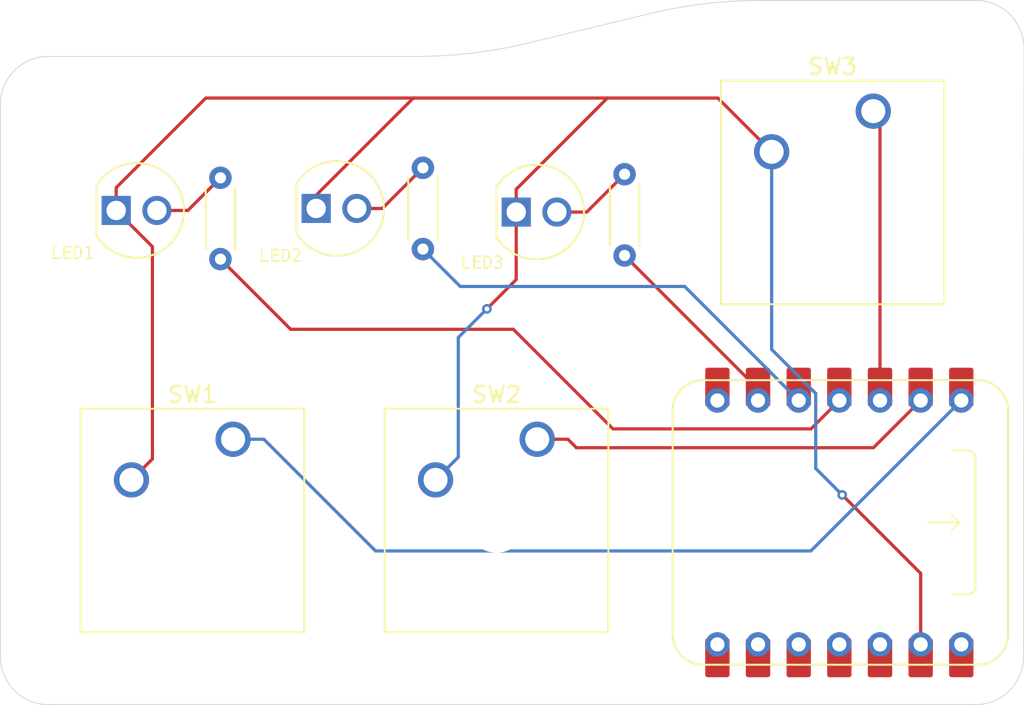
<source format=kicad_pcb>
(kicad_pcb (version 20241229) (generator "pcbnew") (generator_version "9.0")
  (layers (0 "F.Cu" signal) (2 "B.Cu" signal) (13 "F.Paste" user) (15 "B.Paste" user) (5 "F.SilkS" user "F.Silkscreen") (7 "B.SilkS" user "B.Silkscreen") (1 "F.Mask" user) (3 "B.Mask" user) (25 "Edge.Cuts" user))
  (net 0 "")
  (net 1 "Net-(D1-PadA)")
  (net 2 "GND")
  (net 3 "Net-(D2-PadA)")
  (net 4 "Net-(D3-PadA)")
  (net 5 "LED1")
  (net 6 "LED2")
  (net 7 "LED3")
  (net 8 "button1")
  (net 9 "button2")
  (net 10 "button3")
  (footprint "footprints:LEDRD254W57D500H1070" (layer "F.Cu") (at 133.5 54)
    (property "Reference" "LED2" (at -3.5 3 0) (layer "F.SilkS") (effects (font (size 0.8 0.8))))
    (property "Value" "L08R5000Q1" (hide yes))
    (fp_line (start -2.5 -1.566) (end -2.5 1.566) (stroke (width 0.127)) (layer "F.SilkS"))
    (fp_arc (start -2.5 -1.566) (mid 2.961291 0) (end -2.5 1.566) (stroke (width 0.127)) (layer "F.SilkS"))
    (pad "A" thru_hole circle (at 1.27 0) (size 1.815 1.815) (drill 1.21) (layers "*.Cu" "*.Mask") (net 3 "Net-(D2-PadA)"))
    (pad "C" thru_hole rect (at -1.27 0) (size 1.815 1.815) (drill 1.21) (layers "*.Cu" "*.Mask") (net 2 "GND"))
  )
  (footprint "footprints:LEDRD254W57D500H1070" (layer "F.Cu") (at 146 54.225)
    (property "Reference" "LED3" (at -3.4 3.2 0) (layer "F.SilkS") (effects (font (size 0.8 0.8))))
    (property "Value" "L08R5000Q1" (hide yes))
    (fp_line (start -2.5 -1.566) (end -2.5 1.566) (stroke (width 0.127)) (layer "F.SilkS"))
    (fp_arc (start -2.5 -1.566) (mid 2.961291 0) (end -2.5 1.566) (stroke (width 0.127)) (layer "F.SilkS"))
    (pad "A" thru_hole circle (at 1.27 0) (size 1.815 1.815) (drill 1.21) (layers "*.Cu" "*.Mask") (net 4 "Net-(D3-PadA)"))
    (pad "C" thru_hole rect (at -1.27 0) (size 1.815 1.815) (drill 1.21) (layers "*.Cu" "*.Mask") (net 2 "GND"))
  )
  (footprint "footprints:XIAO-RP2040-DIP" (layer "F.Cu") (at 164.92 73.62 -90)
    (property "Reference" "U1" (hide yes))
    (property "Value" "XIAO-RP2040-DIP")
    (fp_line (start -6.985 10.414) (end 6.985 10.414) (stroke (width 0.127)) (layer "F.SilkS"))
    (fp_line (start -8.89 8.509) (end -8.89 -8.636) (stroke (width 0.127)) (layer "F.SilkS"))
    (fp_line (start 8.89 8.509) (end 8.89 -8.636) (stroke (width 0.127)) (layer "F.SilkS"))
    (fp_line (start 0 -5.5) (end 0 -7.5) (stroke (width 0.1)) (layer "F.SilkS"))
    (fp_line (start -4.501364 -7.09) (end -4.497636 -8.000272) (stroke (width 0.127)) (layer "F.SilkS"))
    (fp_line (start 0 -7.5) (end -0.5 -7) (stroke (width 0.1)) (layer "F.SilkS"))
    (fp_line (start 0 -7.5) (end 0.5 -7) (stroke (width 0.1)) (layer "F.SilkS"))
    (fp_line (start 4.497636 -8) (end 4.497636 -7.09) (stroke (width 0.127)) (layer "F.SilkS"))
    (fp_line (start -3.997636 -8.5) (end 3.997636 -8.5) (stroke (width 0.127)) (layer "F.SilkS"))
    (fp_line (start 6.985 -10.541) (end -6.985 -10.541) (stroke (width 0.1)) (layer "F.SilkS"))
    (fp_line (start 6.985 -10.541) (end -6.985 -10.541) (stroke (width 0.127)) (layer "F.SilkS"))
    (fp_arc (start -6.985 10.414) (mid -8.332038 9.856038) (end -8.89 8.509) (stroke (width 0.127)) (layer "F.SilkS"))
    (fp_arc (start 8.89 8.509) (mid 8.332038 9.856038) (end 6.985 10.414) (stroke (width 0.127)) (layer "F.SilkS"))
    (fp_arc (start -4.497636 -8.000272) (mid -4.351092 -8.35364) (end -3.997636 -8.5) (stroke (width 0.127)) (layer "F.SilkS"))
    (fp_arc (start 3.997636 -8.5) (mid 4.351189 -8.353553) (end 4.497636 -8) (stroke (width 0.127)) (layer "F.SilkS"))
    (fp_arc (start -8.89 -8.636) (mid -8.332038 -9.983038) (end -6.985 -10.541) (stroke (width 0.127)) (layer "F.SilkS"))
    (fp_arc (start 6.985 -10.541) (mid 8.332038 -9.983038) (end 8.89 -8.636) (stroke (width 0.127)) (layer "F.SilkS"))
    (pad "1" smd roundrect (at -8.455 -7.62 90) (size 2.432 1.524) (layers "F.Cu" "F.Mask") (roundrect_rratio 0.1) (net 8 "button1"))
    (pad "1" thru_hole circle (at -7.62 -7.62 90) (size 1.524 1.524) (drill 0.889) (layers "*.Cu" "*.Mask") (net 8 "button1"))
    (pad "2" smd roundrect (at -8.455 -5.08 90) (size 2.432 1.524) (layers "F.Cu" "F.Mask") (roundrect_rratio 0.1) (net 9 "button2"))
    (pad "2" thru_hole circle (at -7.62 -5.08 90) (size 1.524 1.524) (drill 0.889) (layers "*.Cu" "*.Mask") (net 9 "button2"))
    (pad "3" smd roundrect (at -8.455 -2.54 90) (size 2.432 1.524) (layers "F.Cu" "F.Mask") (roundrect_rratio 0.1) (net 10 "button3"))
    (pad "3" thru_hole circle (at -7.62 -2.54 90) (size 1.524 1.524) (drill 0.889) (layers "*.Cu" "*.Mask") (net 10 "button3"))
    (pad "4" smd roundrect (at -8.455 0 90) (size 2.432 1.524) (layers "F.Cu" "F.Mask") (roundrect_rratio 0.1) (net 5 "LED1"))
    (pad "4" thru_hole circle (at -7.62 0 90) (size 1.524 1.524) (drill 0.889) (layers "*.Cu" "*.Mask") (net 5 "LED1"))
    (pad "5" smd roundrect (at -8.455 2.54 90) (size 2.432 1.524) (layers "F.Cu" "F.Mask") (roundrect_rratio 0.1) (net 6 "LED2"))
    (pad "5" thru_hole circle (at -7.62 2.54 90) (size 1.524 1.524) (drill 0.889) (layers "*.Cu" "*.Mask") (net 6 "LED2"))
    (pad "6" smd roundrect (at -8.455 5.08 90) (size 2.432 1.524) (layers "F.Cu" "F.Mask") (roundrect_rratio 0.1) (net 7 "LED3"))
    (pad "6" thru_hole circle (at -7.62 5.08 90) (size 1.524 1.524) (drill 0.889) (layers "*.Cu" "*.Mask") (net 7 "LED3"))
    (pad "7" smd roundrect (at -8.455 7.62 90) (size 2.432 1.524) (layers "F.Cu" "F.Mask") (roundrect_rratio 0.1))
    (pad "7" thru_hole circle (at -7.62 7.62 90) (size 1.524 1.524) (drill 0.889) (layers "*.Cu" "*.Mask"))
    (pad "8" thru_hole circle (at 7.62 7.62 270) (size 1.524 1.524) (drill 0.889) (layers "*.Cu" "*.Mask"))
    (pad "8" smd roundrect (at 8.455 7.62 270) (size 2.432 1.524) (layers "F.Cu" "F.Mask") (roundrect_rratio 0.1))
    (pad "9" thru_hole circle (at 7.62 5.08 270) (size 1.524 1.524) (drill 0.889) (layers "*.Cu" "*.Mask"))
    (pad "9" smd roundrect (at 8.455 5.08 270) (size 2.432 1.524) (layers "F.Cu" "F.Mask") (roundrect_rratio 0.1))
    (pad "10" thru_hole circle (at 7.62 2.54 270) (size 1.524 1.524) (drill 0.889) (layers "*.Cu" "*.Mask"))
    (pad "10" smd roundrect (at 8.455 2.54 270) (size 2.432 1.524) (layers "F.Cu" "F.Mask") (roundrect_rratio 0.1))
    (pad "11" thru_hole circle (at 7.62 0 270) (size 1.524 1.524) (drill 0.889) (layers "*.Cu" "*.Mask"))
    (pad "11" smd roundrect (at 8.455 0 270) (size 2.432 1.524) (layers "F.Cu" "F.Mask") (roundrect_rratio 0.1))
    (pad "12" thru_hole circle (at 7.62 -2.54 270) (size 1.524 1.524) (drill 0.889) (layers "*.Cu" "*.Mask"))
    (pad "12" smd roundrect (at 8.455 -2.54 270) (size 2.432 1.524) (layers "F.Cu" "F.Mask") (roundrect_rratio 0.1))
    (pad "13" thru_hole circle (at 7.62 -5.08 270) (size 1.524 1.524) (drill 0.889) (layers "*.Cu" "*.Mask") (net 2 "GND"))
    (pad "13" smd roundrect (at 8.455 -5.08 270) (size 2.432 1.524) (layers "F.Cu" "F.Mask") (roundrect_rratio 0.1) (net 2 "GND"))
    (pad "14" thru_hole circle (at 7.62 -7.62 270) (size 1.524 1.524) (drill 0.889) (layers "*.Cu" "*.Mask"))
    (pad "14" smd roundrect (at 8.455 -7.62 270) (size 2.432 1.524) (layers "F.Cu" "F.Mask") (roundrect_rratio 0.1))
  )
  (footprint "Resistor_THT:R_Axial_DIN0204_L3.6mm_D1.6mm_P5.08mm_Horizontal" (layer "F.Cu") (at 126.25 52.085 -90)
    (property "Reference" "R1" (hide yes))
    (property "Value" "R")
    (fp_line (start 0.62 0.92) (end 4.46 0.92) (stroke (width 0.12)) (layer "F.SilkS"))
    (fp_line (start 0.62 -0.92) (end 4.46 -0.92) (stroke (width 0.12)) (layer "F.SilkS"))
    (pad "1" thru_hole circle (at 0 0 270) (size 1.4 1.4) (drill 0.7) (layers "*.Cu" "*.Mask") (net 1 "Net-(D1-PadA)"))
    (pad "2" thru_hole oval (at 5.08 0 270) (size 1.4 1.4) (drill 0.7) (layers "*.Cu" "*.Mask") (net 5 "LED1"))
  )
  (footprint "Button_Switch_Keyboard:SW_Cherry_MX_1.00u_PCB" (layer "F.Cu") (at 146.04 68.42)
    (property "Reference" "SW2" (at -2.54 -2.794 0) (layer "F.SilkS"))
    (property "Value" "SW_Push")
    (fp_line (start -9.525 -1.905) (end 4.445 -1.905) (stroke (width 0.12)) (layer "F.SilkS"))
    (fp_line (start -9.525 12.065) (end -9.525 -1.905) (stroke (width 0.12)) (layer "F.SilkS"))
    (fp_line (start 4.445 -1.905) (end 4.445 12.065) (stroke (width 0.12)) (layer "F.SilkS"))
    (fp_line (start 4.445 12.065) (end -9.525 12.065) (stroke (width 0.12)) (layer "F.SilkS"))
    (pad "" np_thru_hole circle (at -7.62 5.08) (size 1.7 1.7) (drill 1.7) (layers "*.Cu" "*.Mask"))
    (pad "" np_thru_hole circle (at -2.54 5.08) (size 4 4) (drill 4) (layers "*.Cu" "*.Mask"))
    (pad "" np_thru_hole circle (at 2.54 5.08) (size 1.7 1.7) (drill 1.7) (layers "*.Cu" "*.Mask"))
    (pad "1" thru_hole circle (at 0 0) (size 2.2 2.2) (drill 1.5) (layers "*.Cu" "*.Mask") (net 9 "button2"))
    (pad "2" thru_hole circle (at -6.35 2.54) (size 2.2 2.2) (drill 1.5) (layers "*.Cu" "*.Mask") (net 2 "GND"))
  )
  (footprint "footprints:LEDRD254W57D500H1070" (layer "F.Cu") (at 121.005 54.125)
    (property "Reference" "LED1" (at -4.005 2.7 0) (layer "F.SilkS") (effects (font (size 0.8 0.8))))
    (property "Value" "L08R5000Q1" (hide yes))
    (fp_line (start -2.5 -1.566) (end -2.5 1.566) (stroke (width 0.127)) (layer "F.SilkS"))
    (fp_arc (start -2.5 -1.566) (mid 2.961291 0) (end -2.5 1.566) (stroke (width 0.127)) (layer "F.SilkS"))
    (pad "A" thru_hole circle (at 1.27 0) (size 1.815 1.815) (drill 1.21) (layers "*.Cu" "*.Mask") (net 1 "Net-(D1-PadA)"))
    (pad "C" thru_hole rect (at -1.27 0) (size 1.815 1.815) (drill 1.21) (layers "*.Cu" "*.Mask") (net 2 "GND"))
  )
  (footprint "Resistor_THT:R_Axial_DIN0204_L3.6mm_D1.6mm_P5.08mm_Horizontal" (layer "F.Cu") (at 138.9 51.46 -90)
    (property "Reference" "R2" (hide yes))
    (property "Value" "R")
    (fp_line (start 0.62 0.92) (end 4.46 0.92) (stroke (width 0.12)) (layer "F.SilkS"))
    (fp_line (start 0.62 -0.92) (end 4.46 -0.92) (stroke (width 0.12)) (layer "F.SilkS"))
    (pad "1" thru_hole circle (at 0 0 270) (size 1.4 1.4) (drill 0.7) (layers "*.Cu" "*.Mask") (net 3 "Net-(D2-PadA)"))
    (pad "2" thru_hole oval (at 5.08 0 270) (size 1.4 1.4) (drill 0.7) (layers "*.Cu" "*.Mask") (net 6 "LED2"))
  )
  (footprint "Button_Switch_Keyboard:SW_Cherry_MX_1.00u_PCB" (layer "F.Cu") (at 167.04 47.92)
    (property "Reference" "SW3" (at -2.54 -2.794 0) (layer "F.SilkS"))
    (property "Value" "SW_Push")
    (fp_line (start -9.525 -1.905) (end 4.445 -1.905) (stroke (width 0.12)) (layer "F.SilkS"))
    (fp_line (start -9.525 12.065) (end -9.525 -1.905) (stroke (width 0.12)) (layer "F.SilkS"))
    (fp_line (start 4.445 -1.905) (end 4.445 12.065) (stroke (width 0.12)) (layer "F.SilkS"))
    (fp_line (start 4.445 12.065) (end -9.525 12.065) (stroke (width 0.12)) (layer "F.SilkS"))
    (pad "" np_thru_hole circle (at -7.62 5.08) (size 1.7 1.7) (drill 1.7) (layers "*.Cu" "*.Mask"))
    (pad "" np_thru_hole circle (at -2.54 5.08) (size 4 4) (drill 4) (layers "*.Cu" "*.Mask"))
    (pad "" np_thru_hole circle (at 2.54 5.08) (size 1.7 1.7) (drill 1.7) (layers "*.Cu" "*.Mask"))
    (pad "1" thru_hole circle (at 0 0) (size 2.2 2.2) (drill 1.5) (layers "*.Cu" "*.Mask") (net 10 "button3"))
    (pad "2" thru_hole circle (at -6.35 2.54) (size 2.2 2.2) (drill 1.5) (layers "*.Cu" "*.Mask") (net 2 "GND"))
  )
  (footprint "Resistor_THT:R_Axial_DIN0204_L3.6mm_D1.6mm_P5.08mm_Horizontal" (layer "F.Cu") (at 151.5 51.86 -90)
    (property "Reference" "R3" (hide yes))
    (property "Value" "R")
    (fp_line (start 0.62 0.92) (end 4.46 0.92) (stroke (width 0.12)) (layer "F.SilkS"))
    (fp_line (start 0.62 -0.92) (end 4.46 -0.92) (stroke (width 0.12)) (layer "F.SilkS"))
    (pad "1" thru_hole circle (at 0 0 270) (size 1.4 1.4) (drill 0.7) (layers "*.Cu" "*.Mask") (net 4 "Net-(D3-PadA)"))
    (pad "2" thru_hole oval (at 5.08 0 270) (size 1.4 1.4) (drill 0.7) (layers "*.Cu" "*.Mask") (net 7 "LED3"))
  )
  (footprint "Button_Switch_Keyboard:SW_Cherry_MX_1.00u_PCB" (layer "F.Cu") (at 127.04 68.42)
    (property "Reference" "SW1" (at -2.54 -2.794 0) (layer "F.SilkS"))
    (property "Value" "SW_Push")
    (fp_line (start -9.525 -1.905) (end 4.445 -1.905) (stroke (width 0.12)) (layer "F.SilkS"))
    (fp_line (start -9.525 12.065) (end -9.525 -1.905) (stroke (width 0.12)) (layer "F.SilkS"))
    (fp_line (start 4.445 -1.905) (end 4.445 12.065) (stroke (width 0.12)) (layer "F.SilkS"))
    (fp_line (start 4.445 12.065) (end -9.525 12.065) (stroke (width 0.12)) (layer "F.SilkS"))
    (pad "" np_thru_hole circle (at -7.62 5.08) (size 1.7 1.7) (drill 1.7) (layers "*.Cu" "*.Mask"))
    (pad "" np_thru_hole circle (at -2.54 5.08) (size 4 4) (drill 4) (layers "*.Cu" "*.Mask"))
    (pad "" np_thru_hole circle (at 2.54 5.08) (size 1.7 1.7) (drill 1.7) (layers "*.Cu" "*.Mask"))
    (pad "1" thru_hole circle (at 0 0) (size 2.2 2.2) (drill 1.5) (layers "*.Cu" "*.Mask") (net 8 "button1"))
    (pad "2" thru_hole circle (at -6.35 2.54) (size 2.2 2.2) (drill 1.5) (layers "*.Cu" "*.Mask") (net 2 "GND"))
  )
  (gr_line (start 176.431812 82.002046) (end 176.457725 44.002151) (stroke (width 0.05)) (layer "Edge.Cuts"))
  (gr_arc (start 112.5 47.5) (mid 113.37868 45.37868) (end 115.5 44.5) (stroke (width 0.05)) (layer "Edge.Cuts"))
  (gr_line (start 153.030217 41.837534) (end 145.469783 43.662466) (stroke (width 0.05)) (layer "Edge.Cuts"))
  (gr_arc (start 173.457726 41) (mid 175.57979 41.879449) (end 176.457725 44.002151) (stroke (width 0.05)) (layer "Edge.Cuts"))
  (gr_line (start 112.5 47.5) (end 112.5 82) (stroke (width 0.05)) (layer "Edge.Cuts"))
  (gr_arc (start 153.030217 41.837534) (mid 156.525 41.210121) (end 160.069433 41) (stroke (width 0.05)) (layer "Edge.Cuts"))
  (gr_arc (start 115.5 85) (mid 113.37868 84.12132) (end 112.5 82) (stroke (width 0.05)) (layer "Edge.Cuts"))
  (gr_line (start 173.431813 85) (end 115.5 85) (stroke (width 0.05)) (layer "Edge.Cuts"))
  (gr_line (start 115.5 44.5) (end 138.430567 44.5) (stroke (width 0.05)) (layer "Edge.Cuts"))
  (gr_line (start 160.069433 41) (end 173.457726 41) (stroke (width 0.05)) (layer "Edge.Cuts"))
  (gr_arc (start 145.469783 43.662466) (mid 141.975 44.289879) (end 138.430567 44.5) (stroke (width 0.05)) (layer "Edge.Cuts"))
  (gr_arc (start 176.431812 82.002046) (mid 175.55241 84.122043) (end 173.431813 85) (stroke (width 0.05)) (layer "Edge.Cuts"))
  (segment (start 122.275 54.125) (end 124.21 54.125) (width 0.2) (layer "F.Cu") (net 1))
  (segment (start 124.21 54.125) (end 126.25 52.085) (width 0.2) (layer "F.Cu") (net 1))
  (segment (start 144.73 58.445) (end 144.73 52.8) (width 0.2) (layer "F.Cu") (net 2))
  (segment (start 119.735 54.125) (end 119.735 52.7) (width 0.2) (layer "F.Cu") (net 2))
  (segment (start 142.9 60.275) (end 144.73 58.445) (width 0.2) (layer "F.Cu") (net 2))
  (segment (start 149.715 47.815) (end 149.715 47.81) (width 0.2) (layer "F.Cu") (net 2))
  (segment (start 125.335 47.1) (end 138.4 47.1) (width 0.2) (layer "F.Cu") (net 2))
  (segment (start 157.33 47.1) (end 160.69 50.46) (width 0.2) (layer "F.Cu") (net 2))
  (segment (start 122 56.39) (end 122 69.65) (width 0.2) (layer "F.Cu") (net 2))
  (segment (start 119.735 54.125) (end 122 56.39) (width 0.2) (layer "F.Cu") (net 2))
  (segment (start 138.4 47.1) (end 138.3 47.1) (width 0.2) (layer "F.Cu") (net 2))
  (segment (start 138.3 47.1) (end 132.23 53.17) (width 0.2) (layer "F.Cu") (net 2))
  (segment (start 144.73 52.8) (end 149.715 47.815) (width 0.2) (layer "F.Cu") (net 2))
  (segment (start 170 76.8) (end 170 81.24) (width 0.2) (layer "F.Cu") (net 2))
  (segment (start 150.425 47.1) (end 157.33 47.1) (width 0.2) (layer "F.Cu") (net 2))
  (segment (start 149.715 47.81) (end 150.425 47.1) (width 0.2) (layer "F.Cu") (net 2))
  (segment (start 165.1 71.9) (end 170 76.8) (width 0.2) (layer "F.Cu") (net 2))
  (segment (start 122 69.65) (end 120.69 70.96) (width 0.2) (layer "F.Cu") (net 2))
  (segment (start 138.4 47.1) (end 150.425 47.1) (width 0.2) (layer "F.Cu") (net 2))
  (segment (start 132.23 53.17) (end 132.23 54) (width 0.2) (layer "F.Cu") (net 2))
  (segment (start 119.735 52.7) (end 125.335 47.1) (width 0.2) (layer "F.Cu") (net 2))
  (via (at 165.1 71.9) (size 0.6) (drill 0.3) (layers "F.Cu" "B.Cu") (net 2))
  (via (at 142.9 60.275) (size 0.6) (drill 0.3) (layers "F.Cu" "B.Cu") (net 2))
  (segment (start 141.11 69.54) (end 139.69 70.96) (width 0.2) (layer "B.Cu") (net 2))
  (segment (start 141.11 62.065) (end 141.11 69.54) (width 0.2) (layer "B.Cu") (net 2))
  (segment (start 160.69 50.46) (end 160.69 62.80669) (width 0.2) (layer "B.Cu") (net 2))
  (segment (start 160.69 62.80669) (end 163.443 65.55969) (width 0.2) (layer "B.Cu") (net 2))
  (segment (start 163.443 65.55969) (end 163.443 70.243) (width 0.2) (layer "B.Cu") (net 2))
  (segment (start 163.443 70.243) (end 165.1 71.9) (width 0.2) (layer "B.Cu") (net 2))
  (segment (start 141.11 62.065) (end 142.9 60.275) (width 0.2) (layer "B.Cu") (net 2))
  (segment (start 134.77 54) (end 136.36 54) (width 0.2) (layer "F.Cu") (net 3))
  (segment (start 136.36 54) (end 138.9 51.46) (width 0.2) (layer "F.Cu") (net 3))
  (segment (start 149.135 54.225) (end 151.5 51.86) (width 0.2) (layer "F.Cu") (net 4))
  (segment (start 147.27 54.225) (end 149.135 54.225) (width 0.2) (layer "F.Cu") (net 4))
  (segment (start 144.55 61.55) (end 150.775 67.775) (width 0.2) (layer "F.Cu") (net 5))
  (segment (start 150.775 67.775) (end 163.145 67.775) (width 0.2) (layer "F.Cu") (net 5))
  (segment (start 163.145 67.775) (end 164.92 66) (width 0.2) (layer "F.Cu") (net 5))
  (segment (start 126.25 57.165) (end 130.635 61.55) (width 0.2) (layer "F.Cu") (net 5))
  (segment (start 130.635 61.55) (end 144.55 61.55) (width 0.2) (layer "F.Cu") (net 5))
  (segment (start 141.235 58.875) (end 155.255 58.875) (width 0.2) (layer "B.Cu") (net 6))
  (segment (start 155.255 58.875) (end 162.38 66) (width 0.2) (layer "B.Cu") (net 6))
  (segment (start 138.9 56.54) (end 141.235 58.875) (width 0.2) (layer "B.Cu") (net 6))
  (segment (start 159.84 64.355) (end 159.84 65.165) (width 0.2) (layer "F.Cu") (net 7))
  (segment (start 159.725 65.165) (end 159.84 65.165) (width 0.2) (layer "F.Cu") (net 7))
  (segment (start 151.5 56.94) (end 159.725 65.165) (width 0.2) (layer "F.Cu") (net 7))
  (segment (start 127.04 68.42) (end 128.96 68.42) (width 0.2) (layer "B.Cu") (net 8))
  (segment (start 172.54 66) (end 163.14 75.4) (width 0.2) (layer "B.Cu") (net 8))
  (segment (start 128.96 68.42) (end 135.94 75.4) (width 0.2) (layer "B.Cu") (net 8))
  (segment (start 163.14 75.4) (end 135.94 75.4) (width 0.2) (layer "B.Cu") (net 8))
  (segment (start 147.96 68.42) (end 146.04 68.42) (width 0.2) (layer "F.Cu") (net 9))
  (segment (start 148.49 68.95) (end 147.96 68.42) (width 0.2) (layer "F.Cu") (net 9))
  (segment (start 167.05 68.95) (end 170 66) (width 0.2) (layer "F.Cu") (net 9))
  (segment (start 148.49 68.95) (end 167.05 68.95) (width 0.2) (layer "F.Cu") (net 9))
  (segment (start 167.46 48.34) (end 167.04 47.92) (width 0.2) (layer "F.Cu") (net 10))
  (segment (start 167.4 65.105) (end 167.46 65.165) (width 0.2) (layer "F.Cu") (net 10))
  (segment (start 167.46 65.165) (end 167.46 48.34) (width 0.2) (layer "F.Cu") (net 10))
)
</source>
